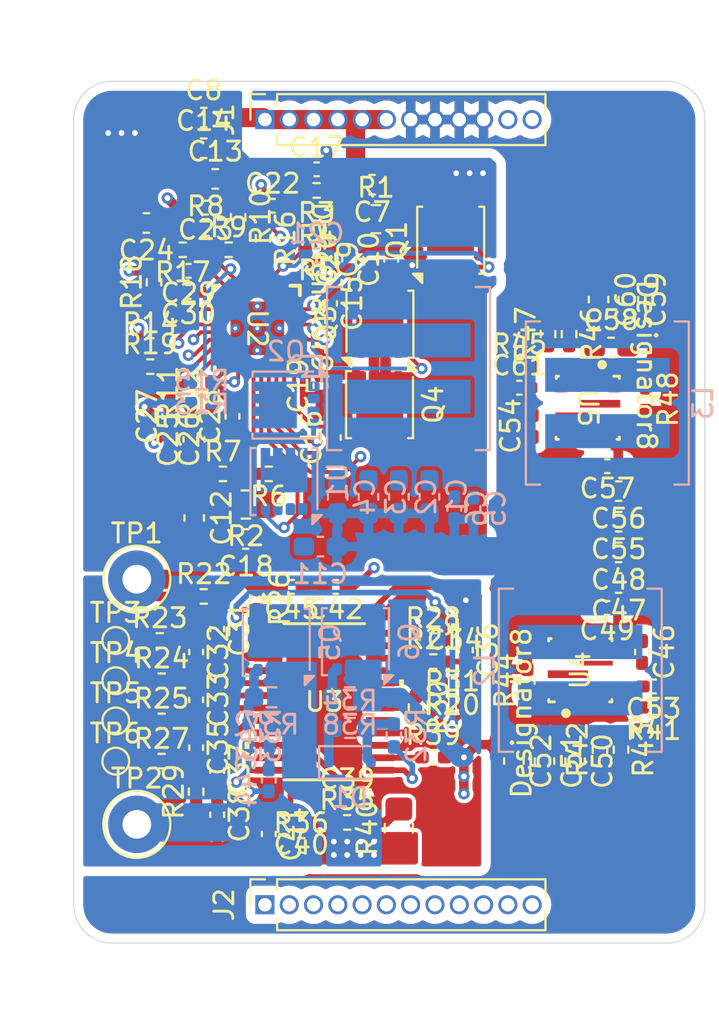
<source format=kicad_pcb>
(kicad_pcb (version 20240108) (generator "pcbnew") (generator_version "8.0")
  (layers (0 "F.Cu" signal) (1 "In1.Cu" power) (2 "In2.Cu" power) (3 "In3.Cu" power) (4 "In4.Cu" power) (31 "B.Cu" signal) (34 "B.Paste" user) (35 "F.Paste" user) (36 "B.SilkS" user "B.Silkscreen") (37 "F.SilkS" user "F.Silkscreen") (38 "B.Mask" user) (39 "F.Mask" user) (44 "Edge.Cuts" user))
  (net 0 "")
  (net 1 "GND2")
  (net 2 "GND")
  (net 3 "+5V")
  (net 4 "+3.3V")
  (net 5 "/Protector/VC4")
  (net 6 "/Protector/VC5")
  (net 7 "/Protector/VC3")
  (net 8 "/Protector/VC2")
  (net 9 "GND1")
  (net 10 "/Protector/VDD")
  (net 11 "/Protector/VC1")
  (net 12 "/Protector/AVDD")
  (net 13 "/Protector/VC0")
  (net 14 "/BAT+")
  (net 15 "/VIN")
  (net 16 "/Charger/VBUS")
  (net 17 "/Charger/VDDA")
  (net 18 "/Charger/REGN")
  (net 19 "/SCL")
  (net 20 "/SDA")
  (net 21 "+1V8")
  (net 22 "/BAT-")
  (net 23 "/Protector/CCFG")
  (net 24 "/Protector/CHG")
  (net 25 "/Protector/DSG")
  (net 26 "/Protector/LD")
  (net 27 "/Charger/~{PROCHOT}")
  (net 28 "/Charger/CHG_OK")
  (net 29 "/Charger/EN_OTG")
  (net 30 "/3.3V Buck/4.5V-28V IN")
  (net 31 "Net-(C11-Pad1)")
  (net 32 "Net-(Q3-D)")
  (net 33 "Net-(U2-BTST1)")
  (net 34 "Net-(U2-BTST2)")
  (net 35 "Net-(Q4-D)")
  (net 36 "Net-(C17-Pad1)")
  (net 37 "Net-(Q4-G)")
  (net 38 "Net-(U2-ACN)")
  (net 39 "Net-(U2-ACP)")
  (net 40 "Net-(C25-Pad2)")
  (net 41 "Net-(C26-Pad2)")
  (net 42 "Net-(U2-COMP1)")
  (net 43 "Net-(U2-COMP2)")
  (net 44 "Net-(U2-IADPT)")
  (net 45 "Net-(U2-IBAT)")
  (net 46 "Net-(U3-SRP)")
  (net 47 "Net-(U3-SRN)")
  (net 48 "Net-(C42-Pad2)")
  (net 49 "Net-(C43-Pad2)")
  (net 50 "Net-(C43-Pad1)")
  (net 51 "Net-(U4-BOOT)")
  (net 52 "Net-(U4-SW)")
  (net 53 "Net-(U4-FB)")
  (net 54 "Net-(U4-SS)")
  (net 55 "Net-(U5-BOOT)")
  (net 56 "Net-(U5-SW)")
  (net 57 "Net-(U5-FB)")
  (net 58 "Net-(U5-SS)")
  (net 59 "Net-(D1-A)")
  (net 60 "Net-(D1-K)")
  (net 61 "Net-(Q1-G)")
  (net 62 "Net-(Q2-G)")
  (net 63 "Net-(Q3-G)")
  (net 64 "Net-(Q5-D)")
  (net 65 "Net-(Q5-G)")
  (net 66 "Net-(U2-SRP)")
  (net 67 "Net-(U2-SRN)")
  (net 68 "Net-(U2-ILIM_HIZ)")
  (net 69 "Net-(U2-CELL_BATPRES)")
  (net 70 "Net-(U2-PSYS)")
  (net 71 "Net-(U2-CMPOUT)")
  (net 72 "Net-(R23-Pad1)")
  (net 73 "Net-(R24-Pad1)")
  (net 74 "Net-(R25-Pad1)")
  (net 75 "Net-(R27-Pad1)")
  (net 76 "Net-(U3-PRES)")
  (net 77 "Net-(U3-TS)")
  (net 78 "Net-(U3-VTB)")
  (net 79 "Net-(U4-PG)")
  (net 80 "Net-(U4-MODE)")
  (net 81 "Net-(U5-PG)")
  (net 82 "Net-(U5-MODE)")
  (net 83 "Net-(U1-G)")
  (footprint "Capacitor_SMD:C_0402_1005Metric_Pad0.74x0.62mm_HandSolder" (layer "F.Cu") (at 90.5 89.6 -90)
    (property "Reference" "C31")
    (property "Value" "1uF")
  )
  (footprint "Capacitor_SMD:C_0402_1005Metric_Pad0.74x0.62mm_HandSolder" (layer "F.Cu") (at 103.5 90.7 -90)
    (property "Reference" "C36")
    (property "Value" "1uF")
  )
  (footprint "Capacitor_SMD:C_0603_1608Metric_Pad1.08x0.95mm_HandSolder" (layer "F.Cu") (at 112 72.4 -90)
    (property "Reference" "C59")
    (property "Value" "15uF")
  )
  (footprint "Capacitor_SMD:C_0603_1608Metric_Pad1.08x0.95mm_HandSolder" (layer "F.Cu") (at 106.015001 96.5 -90)
    (property "Reference" "C52")
    (property "Value" "22uF")
  )
  (footprint "Resistor_SMD:R_0402_1005Metric_Pad0.72x0.64mm_HandSolder" (layer "F.Cu") (at 106.715001 92.3 90)
    (property "Reference" "R44")
    (property "Value" "52.3kΩ")
  )
  (footprint "Capacitor_SMD:C_0603_1608Metric_Pad1.08x0.95mm_HandSolder" (layer "F.Cu") (at 111.1 74.9)
    (property "Reference" "C58")
    (property "Value" "150pF")
  )
  (footprint "Package_SON:VSON-8_3.3x3.3mm_P0.65mm_NexFET" (layer "F.Cu") (at 99 77.885 -90)
    (property "Reference" "Q4")
    (property "Value" "CSD17577Q3A")
  )
  (footprint "Resistor_SMD:R_0402_1005Metric_Pad0.72x0.64mm_HandSolder" (layer "F.Cu") (at 95.7 67.9 180)
    (property "Reference" "R4")
    (property "Value" "4.99Ω")
  )
  (footprint "Resistor_SMD:R_0402_1005Metric_Pad0.72x0.64mm_HandSolder" (layer "F.Cu") (at 93.2 81.5 180)
    (property "Reference" "R6")
    (property "Value" "10Ω")
  )
  (footprint "Capacitor_SMD:C_0402_1005Metric_Pad0.74x0.62mm_HandSolder" (layer "F.Cu") (at 113.315001 92.6 180)
    (property "Reference" "C53")
    (property "Value" "22nF")
  )
  (footprint "Resistor_SMD:R_0402_1005Metric_Pad0.72x0.64mm_HandSolder" (layer "F.Cu") (at 97.3 99.7)
    (property "Reference" "R35")
    (property "Value" "100Ω")
  )
  (footprint "Capacitor_SMD:C_0603_1608Metric_Pad1.08x0.95mm_HandSolder" (layer "F.Cu") (at 86.8 68.4 180)
    (property "Reference" "C24")
    (property "Value" "2.2uF")
  )
  (footprint "Capacitor_SMD:C_0402_1005Metric_Pad0.74x0.62mm_HandSolder" (layer "F.Cu") (at 96.4 72.6 -90)
    (property "Reference" "C15")
    (property "Value" "47nF")
  )
  (footprint "Capacitor_SMD:C_0402_1005Metric_Pad0.74x0.62mm_HandSolder" (layer "F.Cu") (at 91.3 78.5 90)
    (property "Reference" "C28")
    (property "Value" "33nF")
  )
  (footprint "Capacitor_SMD:C_0402_1005Metric_Pad0.74x0.62mm_HandSolder" (layer "F.Cu") (at 98.5 70.3 90)
    (property "Reference" "C9")
    (property "Value" "10nF")
  )
  (footprint "Resistor_SMD:R_0402_1005Metric_Pad0.72x0.64mm_HandSolder" (layer "F.Cu") (at 92.6 88 -90)
    (property "Reference" "R26")
    (property "Value" "1kΩ")
  )
  (footprint "Resistor_SMD:R_0402_1005Metric_Pad0.72x0.64mm_HandSolder" (layer "F.Cu") (at 101.8 90.2)
    (property "Reference" "R28")
    (property "Value" "1kΩ")
  )
  (footprint "Capacitor_SMD:C_0402_1005Metric_Pad0.74x0.62mm_HandSolder" (layer "F.Cu") (at 97.4 70.3 90)
    (property "Reference" "C20")
    (property "Value" ".47uF")
  )
  (footprint "Resistor_SMD:R_0402_1005Metric_Pad0.72x0.64mm_HandSolder" (layer "F.Cu") (at 95.7 66.7 180)
    (property "Reference" "R3")
    (property "Value" "2.2Ω")
  )
  (footprint "TestPoint:TestPoint_Pad_D1.0mm" (layer "F.Cu") (at 85.2 92.3)
    (property "Reference" "TP4")
    (property "Value" "TestPoint_Small")
  )
  (footprint "TestPoint:TestPoint_THTPad_D3.0mm_Drill1.5mm" (layer "F.Cu") (at 86.3 87)
    (property "Reference" "TP1")
    (property "Value" "TestPoint")
  )
  (footprint "Resistor_SMD:R_0402_1005Metric_Pad0.72x0.64mm_HandSolder" (layer "F.Cu") (at 87.5 90.2)
    (property "Reference" "R23")
    (property "Value" "43Ω")
  )
  (footprint "Resistor_SMD:R_0402_1005Metric_Pad0.72x0.64mm_HandSolder" (layer "F.Cu") (at 90.2 77.3 90)
    (property "Reference" "R12")
    (property "Value" "40.2kΩ")
  )
  (footprint "Capacitor_SMD:C_0402_1005Metric_Pad0.74x0.62mm_HandSolder" (layer "F.Cu") (at 99.6 70.3 90)
    (property "Reference" "C10")
    (property "Value" "1nF")
  )
  (footprint "Capacitor_SMD:C_0402_1005Metric_Pad0.74x0.62mm_HandSolder" (layer "F.Cu") (at 97.3 98.6)
    (property "Reference" "C39")
    (property "Value" ".1uF")
  )
  (footprint "Resistor_SMD:R_0402_1005Metric_Pad0.72x0.64mm_HandSolder" (layer "F.Cu") (at 87.0025 74.8)
    (property "Reference" "R14")
    (property "Value" "10kΩ")
  )
  (footprint "Capacitor_SMD:C_0603_1608Metric_Pad1.08x0.95mm_HandSolder" (layer "F.Cu") (at 111.49 82.4 180)
    (property "Reference" "C56")
    (property "Value" "10uF")
  )
  (footprint "Capacitor_SMD:C_0603_1608Metric_Pad1.08x0.95mm_HandSolder" (layer "F.Cu") (at 89.3 83.8 -90)
    (property "Reference" "C12")
    (property "Value" "10uF")
  )
  (footprint "Capacitor_SMD:C_0603_1608Metric_Pad1.08x0.95mm_HandSolder" (layer "F.Cu") (at 92 84.9 180)
    (property "Reference" "C18")
    (property "Value" ".1uF")
  )
  (footprint "Capacitor_SMD:C_0402_1005Metric_Pad0.74x0.62mm_HandSolder" (layer "F.Cu") (at 88 78.5 90)
    (property "Reference" "C27")
    (property "Value" "33nF")
  )
  (footprint "Capacitor_SMD:C_0402_1005Metric_Pad0.74x0.62mm_HandSolder" (layer "F.Cu") (at 94.4 87.4 180)
    (property "Reference" "C45")
    (property "Value" ".1uF")
  )
  (footprint "Resistor_SMD:R_0402_1005Metric_Pad0.72x0.64mm_HandSolder" (layer "F.Cu") (at 87.2 71.4975 90)
    (property "Reference" "R18")
    (property "Value" "30kΩ")
  )
  (footprint "Resistor_SMD:R_0402_1005Metric_Pad0.72x0.64mm_HandSolder" (layer "F.Cu") (at 89.8 87.9)
    (property "Reference" "R22")
    (property "Value" "43Ω")
  )
  (footprint "Resistor_SMD:R_0402_1005Metric_Pad0.72x0.64mm_HandSolder" (layer "F.Cu") (at 111.615001 95.9 -90)
    (property "Reference" "R43")
    (property "Value" "10kΩ")
  )
  (footprint "Resistor_SMD:R_0402_1005Metric_Pad0.72x0.64mm_HandSolder" (layer "F.Cu") (at 87.6 96.5)
    (property "Reference" "R27")
    (property "Value" "43Ω")
  )
  (footprint "Capacitor_SMD:C_0402_1005Metric_Pad0.74x0.62mm_HandSolder" (layer "F.Cu") (at 89.4 90.8 -90)
    (property "Reference" "C32")
    (property "Value" "1uF")
  )
  (footprint "Capacitor_SMD:C_0402_1005Metric_Pad0.74x0.62mm_HandSolder" (layer "F.Cu") (at 93.4 67.5)
    (property "Reference" "C22")
    (property "Value" "33nF")
  )
  (footprint "Package_SON:VSON-8_3.3x3.3mm_P0.65mm_NexFET" (layer "F.Cu") (at 99 73.685 90)
    (property "Reference" "Q3")
    (property "Value" "CSD17577Q3A")
  )
  (footprint "Capacitor_SMD:C_0603_1608Metric_Pad1.08x0.95mm_HandSolder" (layer "F.Cu") (at 107.615001 96.5 -90)
    (property "Reference" "C51")
    (property "Value" "22uF")
  )
  (footprint "Capacitor_SMD:C_0603_1608Metric_Pad1.08x0.95mm_HandSolder" (layer "F.Cu") (at 109.215001 96.5 -90)
    (property "Reference" "C50")
    (property "Value" "150pF")
  )
  (footprint "Resistor_SMD:R_0402_1005Metric_Pad0.72x0.64mm_HandSolder" (layer "F.Cu") (at 91.1 69.7975)
    (property "Reference" "R9")
    (property "Value" "383k")
  )
  (footprint "Resistor_SMD:R_0402_1005Metric_Pad0.72x0.64mm_HandSolder" (layer "F.Cu") (at 112.9 77.6 -90)
    (property "Reference" "R48")
    (property "Value" "52.3kΩ")
  )
  (footprint "Resistor_SMD:R_0402_1005Metric_Pad0.72x0.64mm_HandSolder" (layer "F.Cu") (at 94.9 100.9)
    (property "Reference" "R36")
    (property "Value" "100Ω")
  )
  (footprint "Resistor_SMD:R_0402_1005Metric_Pad0.72x0.64mm_HandSolder" (layer "F.Cu") (at 100.9 93.7 -90)
    (property "Reference" "R30")
    (property "Value" "1kΩ")
  )
  (footprint "Package_SON:VSON-8_3.3x3.3mm_P0.65mm_NexFET" (layer "F.Cu") (at 102.7 69.3 90)
    (property "Reference" "Q1")
    (property "Value" "CSD17577Q3A")
  )
  (footprint "Capacitor_SMD:C_0402_1005Metric_Pad0.74x0.62mm_HandSolder" (layer "F.Cu") (at 96.6 79.6 90)
    (property "Reference" "C16")
    (property "Value" "47nF")
  )
  (footprint "Capacitor_SMD:C_0402_1005Metric_Pad0.74x0.62mm_HandSolder" (layer "F.Cu") (at 102.9 89 180)
    (property "Reference" "C34")
    (property "Value" "1uF")
  )
  (footprint "Resistor_SMD:R_0402_1005Metric_Pad0.72x0.64mm_HandSolder" (layer "F.Cu") (at 101.8 91.3)
    (property "Reference" "R21")
    (property "Value" "1kΩ")
  )
  (footprint "Capacitor_SMD:C_0402_1005Metric_Pad0.74x0.62mm_HandSolder" (layer "F.Cu") (at 110.9 81.1 180)
    (property "Reference" "C57")
    (property "Value" "100nF")
  )
  (footprint "Capacitor_SMD:C_0603_1608Metric_Pad1.08x0.95mm_HandSolder" (layer "F.Cu") (at 111.49 84 180)
    (property "Reference" "C55")
    (property "Value" "10uF")
  )
  (footprint "Capacitor_SMD:C_0402_1005Metric_Pad0.74x0.62mm_HandSolder" (layer "F.Cu") (at 95.9 76.9 90)
    (property "Reference" "C19")
    (property "Value" "33nF")
  )
  (footprint "Capacitor_SMD:C_0402_1005Metric_Pad0.74x0.62mm_HandSolder" (layer "F.Cu") (at 107 79 90)
    (property "Reference" "C54")
    (property "Value" "100nF")
  )
  (footprint "Capacitor_SMD:C_0402_1005Metric_Pad0.74x0.62mm_HandSolder" (layer "F.Cu") (at 89.9 67.5975 180)
    (property "Reference" "C23")
    (property "Value" "1uF")
  )
  (footprint "CM5IO:RPA0010A-MFG" (layer "F.Cu") (at 109.485 91.752498 90)
    (property "Reference" "U4")
    (property "Value" "TPS56A37RPAR")
  )
  (footprint "Resistor_SMD:R_0402_1005Metric_Pad0.72x0.64mm_HandSolder" (layer "F.Cu") (at 107.8 74.2 90)
    (property "Reference" "R47")
    (property "Value" "10kΩ")
  )
  (footprint "Capacitor_SMD:C_0603_1608Metric_Pad1.08x0.95mm_HandSolder" (layer "F.Cu") (at 110.44 72.4 -90)
    (property "Reference" "C60")
    (property "Value" "15uF")
  )
  (footprint "Resistor_SMD:R_0402_1005Metric_Pad0.72x0.64mm_HandSolder" (layer "F.Cu") (at 87.6 94.4)
    (property "Reference" "R25")
    (property "Value" "43Ω")
  )
  (footprint "CM5IO:PW24_TEX" (layer "F.Cu") (at 96.1 93.4)
    (property "Reference" "U3")
    (property "Value" "BQ7791501PWR")
  )
  (footprint "Resistor_SMD:R_0805_2012Metric_Pad1.20x1.40mm_HandSolder" (layer "F.Cu") (at 98.8 68.2)
    (property "Reference" "R1")
    (property "Value" "0.01Ω")
  )
  (footprint "Resistor_SMD:R_0402_1005Metric_Pad0.72x0.64mm_HandSolder" (layer "F.Cu") (at 108.9 74.2 -90)
    (property "Reference" "R46")
    (property "Value" "45.3kΩ")
  )
  (footprint "Capacitor_SMD:C_0402_1005Metric_Pad0.74x0.62mm_HandSolder" (layer "F.Cu") (at 93.2 100.3 -90)
    (property "Reference" "C41")
    (property "Value" ".1uF")
  )
  (footprint "Resistor_SMD:R_0402_1005Metric_Pad0.72x0.64mm_HandSolder" (layer "F.Cu") (at 110.515001 95.9 90)
    (property "Reference" "R42")
    (property "Value" "73.2kΩ")
  )
  (footprint "Resistor_SMD:R_0402_1005Metric_Pad0.72x0.64mm_HandSolder" (layer "F.Cu") (at 89.1 77.3 90)
    (property "Reference" "R11")
    (property "Value" "40.2kΩ")
  )
  (footprint "Capacitor_SMD:C_0402_1005Metric_Pad0.74x0.62mm_HandSolder" (layer "F.Cu") (at 90.5 97 -90)
    (property "Reference" "C37")
    (property "Value" "1uF")
  )
  (footprint "Capacitor_SMD:C_0603_1608Metric_Pad1.08x0.95mm_HandSolder" (layer "F.Cu") (at 89.8 62.8975)
    (property "Reference" "C8")
    (property "Value" "10uF")
  )
  (footprint "Capacitor_SMD:C_0603_1608Metric_Pad1.08x0.95mm_HandSolder" (layer "F.Cu") (at 98.6 66.4 180)
    (property "Reference" "C7")
    (property "Value" "10uF")
  )
  (footprint "Resistor_SMD:R_0402_1005Metric_Pad0.72x0.64mm_HandSolder" (layer "F.Cu") (at 102.8 93.5)
    (property "Reference" "R31")
    (property "Value" "1kΩ")
  )
  (footprint "TestPoint:TestPoint_Pad_D1.0mm" (layer "F.Cu") (at 85.2 94.4)
    (property "Reference" "TP5")
    (property "Value" "TestPoint_Small")
  )
  (footprint "Connector_PinSocket_1.27mm:PinSocket_1x12_P1.27mm_Vertical" (layer "F.Cu") (at 93 104 90)
    (property "Reference" "J2")
    (property "Value" "Conn_01x12_Pin")
  )
  (footprint "Resistor_SMD:R_0402_1005Metric_Pad0.72x0.64mm_HandSolder" (layer "F.Cu") (at 87.0025 75.9)
    (property "Reference" "R19")
    (property "Value" "10kΩ")
  )
  (footprint "Resistor_SMD:R_0402_1005Metric_Pad0.72x0.64mm_HandSolder" (layer "F.Cu") (at 92.9 69.1975 -90)
    (property "Reference" "R16")
    (property "Value" "10kΩ")
  )
  (footprint "Capacitor_SMD:C_0402_1005Metric_Pad0.74x0.62mm_HandSolder" (layer "F.Cu") (at 90.5 99.3 -90)
    (property "Reference" "C38")
    (property "Value" "1uF")
  )
  (footprint "Capacitor_SMD:C_0402_1005Metric_Pad0.74x0.62mm_HandSolder" (layer "F.Cu") (at 110.89 88.5 180)
    (property "Reference" "C49")
    (property "Value" "100nF")
  )
  (footprint "Resistor_SMD:R_0402_1005Metric_Pad0.72x0.64mm_HandSolder" (layer "F.Cu") (at 90.8 81.5)
    (property "Reference" "R7")
    (property "Value" "10Ω")
  )
  (footprint "Resistor_SMD:R_0805_2012Metric_Pad1.20x1.40mm_HandSolder" (layer "F.Cu") (at 100 100 90)
    (property "Reference" "R40")
    (property "Value" "0.015Ω")
  )
  (footprint "Capacitor_SMD:C_0402_1005Metric_Pad0.74x0.62mm_HandSolder" (layer "F.Cu") (at 96.7 87.4 180)
    (property "Reference" "C42")
    (property "Value" ".1uF")
  )
  (footprint "Capacitor_SMD:C_0603_1608Metric_Pad1.08x0.95mm_HandSolder" (layer "F.Cu") (at 89.8 64.4975)
    (property "Reference" "C14")
    (property "Value" "10uF")
  )
  (footprint "Connector_PinSocket_1.27mm:PinSocket_1x12_P1.27mm_Vertical" (layer "F.Cu") (at 93 63 90)
    (property "Reference" "J1")
    (property "Value" "Conn_01x12_Pin")
  )
  (footprint "Resistor_SMD:R_0402_1005Metric_Pad0.72x0.64mm_HandSolder" (layer "F.Cu") (at 89.9 68.6975)
    (property "Reference" "R8")
    (property "Value" "10Ω")
  )
  (footprint "TestPoint:TestPoint_THTPad_D3.0mm_Drill1.5mm" (layer "F.Cu") (at 86.3 99.8)
    (property "Reference" "TP2")
    (property "Value" "TestPoint")
  )
  (footprint "Resistor_SMD:R_0402_1005Metric_Pad0.72x0.64mm_HandSolder" (layer "F.Cu") (at 113.315001 93.7 180)
    (property "Reference" "R41")
    (property "Value" "100kΩ")
  )
  (footprint "Capacitor_SMD:C_0402_1005Metric_Pad0.74x0.62mm_HandSolder" (layer "F.Cu") (at 94.9 99.7 180)
    (property "Reference" "C40")
    (property "Value" ".1uF")
  )
  (footprint "Capacitor_SMD:C_0402_1005Metric_Pad0.74x0.62mm_HandSolder" (layer "F.Cu") (at 89 70.8975 180)
    (property "Reference" "C29")
    (property "Value" "100pF")
  )
  (footprint "Resistor_SMD:R_0402_1005Metric_Pad0.72x0.64mm_HandSolder" (layer "F.Cu") (at 91.6 68.0975 -90)
    (property "Reference" "R10")
    (property "Value" "221k")
  )
  (footprint "Capacitor_SMD:C_0402_1005Metric_Pad0.74x0.62mm_HandSolder" (layer "F.Cu") (at 89 71.9975 180)
    (property "Reference" "C30")
    (property "Value" "100pF")
  )
  (footprint "TestPoint:TestPoint_Pad_D1.0mm" (layer "F.Cu") (at 85.2 96.5)
    (property "Reference" "TP6")
    (property "Value" "TestPoint_Small")
  )
  (footprint "Resistor_SMD:R_0402_1005Metric_Pad0.72x0.64mm_HandSolder" (layer "F.Cu") (at 88.7 69.7975 180)
    (property "Reference" "R17")
    (property "Value" "137kΩ")
  )
  (footprint "CM5IO:RSN0032B" (layer "F.Cu") (at 92.6 73.9 -90)
    (property "Reference" "U2")
    (property "Value" "BQ25703ARSNR")
  )
  (footprint "Capacitor_SMD:C_0603_1608Metric_Pad1.08x0.95mm_HandSolder" (layer "F.Cu") (at 111.49 87.2 180)
    (property "Reference" "C47")
    (property "Value" "10uF")
  )
  (footprint "Resistor_SMD:R_0402_1005Metric_Pad0.72x0.64mm_HandSolder" (layer "F.Cu") (at 102.8 92.4 180)
    (property "Reference" "R20")
    (property "Value" "1kΩ")
  )
  (footprint "Resistor_SMD:R_0402_1005Metric_Pad0.72x0.64mm_HandSolder" (layer "F.Cu") (at 89.4 98.1 90)
    (property "Reference" "R29")
    (property "Value" "43Ω")
  )
  (footprint "Capacitor_SMD:C_0402_1005Metric_Pad0.74x0.62mm_HandSolder" (layer "F.Cu") (at 95.7 65.6)
    (property "Reference" "C17")
    (property "Value" "1uF")
  )
  (footprint "Capacitor_SMD:C_0402_1005Metric_Pad0.74x0.62mm_HandSolder" (layer "F.Cu") (at 106.3 77)
    (property "Reference" "C61")
    (property "Value" "22nF")
  )
  (footprint "Resistor_SMD:R_0402_1005Metric_Pad0.72x0.64mm_HandSolder" (layer "F.Cu") (at 95.7 69.7 180)
    (property "Reference" "R5")
    (property "Value" "4.99Ω")
  )
  (footprint "Capacitor_SMD:C_0603_1608Metric_Pad1.08x0.95mm_HandSolder" (layer "F.Cu") (at 90.4 66.0975)
    (property "Reference" "C13")
    (property "Value" "10uF")
  )
  (footprint "Capacitor_SMD:C_0603_1608Metric_Pad1.08x0.95mm_HandSolder" (layer "F.Cu") (at 111.49 85.6 180)
    (property "Reference" "C48")
    (property "Value" "10uF")
  )
  (footprint "Resistor_SMD:R_0402_1005Metric_Pad0.72x0.64mm_HandSolder" (layer "F.Cu") (at 101.8 96.3)
    (property "Reference" "R39")
    (property "Value" "470kΩ")
  )
  (footprint "Capacitor_SMD:C_0402_1005Metric_Pad0.74x0.62mm_HandSolder" (layer "F.Cu") (at 89.4 93.3 -90)
    (property "Reference" "C33")
    (property "Value" "1uF")
  )
  (footprint "Resistor_SMD:R_0805_2012Metric_Pad1.20x1.40mm_HandSolder" (layer "F.Cu") (at 92 83.1 180)
    (property "Reference" "R2")
    (property "Value" "0.01Ω")
  )
  (footprint "CM5IO:RPA0010A-MFG" (layer "F.Cu") (at 109.880001 78.047502 -90)
    (property "Reference" "U5")
    (property "Value" "TPS56A37RPAR")
  )
  (footprint "Capacitor_SMD:C_0402_1005Metric_Pad0.74x0.62mm_HandSolder" (layer "F.Cu") (at 89.1 79.7 90)
    (property "Reference" "C25")
    (property "Value" "1.8nF")
  )
  (footprint "TestPoint:TestPoint_Pad_D1.0mm" (layer "F.Cu") (at 85.2 90.2)
    (property "Reference" "TP3")
    (property "Value" "TestPoint_Small")
  )
  (footprint "Resistor_SMD:R_0402_1005Metric_Pad0.72x0.64mm_HandSolder" (layer "F.Cu") (at 106.3 75.9)
    (property "Reference" "R45")
    (property "Value" "100kΩ")
  )
  (footprint "Capacitor_SMD:C_0402_1005Metric_Pad0.74x0.62mm_HandSolder" (layer "F.Cu") (at 89.4 95.8 -90)
    (property "Reference" "C35")
    (property "Value" "1uF")
  )
  (footprint "Resistor_SMD:R_0402_1005Metric_Pad0.72x0.64mm_HandSolder" (layer "F.Cu") (at 87.6 92.3)
    (property "Reference" "R24")
    (property "Value" "43Ω")
  )
  (footprint "Capacitor_SMD:C_0402_1005Metric_Pad0.74x0.62mm_HandSolder" (layer "F.Cu") (at 90.2 79.7 90)
    (property "Reference" "C26")
    (property "Value" "1.8nF")
  )
  (footprint "Capacitor_SMD:C_0402_1005Metric_Pad0.74x0.62mm_HandSolder" (layer "F.Cu") (at 112.715001 90.8 -90)
    (property "Reference" "C46")
    (property "Value" "100nF")
  )
  (footprint "Resistor_SMD:R_0402_1005Metric_Pad0.72x0.64mm_HandSolder" (layer "B.Cu") (at 89.7 76.7)
    (property "Reference" "R13")
    (property "Value" "150kΩ")
  )
  (footprint "Package_SON:VSON-8_3.3x3.3mm_P0.65mm_NexFET" (layer "B.Cu") (at 97.74 90.265 90)
    (property "Reference" "Q6")
    (property "Value" "CSD17577Q3A")
  )
  (footprint "NetTie:NetTie-2_SMD_Pad2.0mm" (layer "B.Cu") (at 92.5 99.7)
    (property "Reference" "NT2" (hide yes))
    (property "Value" "NetTie_2" (hide yes))
  )
  (footprint "Capacitor_SMD:C_0603_1608Metric_Pad1.08x0.95mm_HandSolder" (layer "B.Cu") (at 101.6 82.7 90)
    (property "Reference" "C1")
    (property "Value" "10uF")
  )
  (footprint "Package_SON:VSON-8_3.3x3.3mm_P0.65mm_NexFET" (layer "B.Cu") (at 93.6 90.3 90)
    (property "Reference" "Q5")
    (property "Value" "CSD17577Q3A")
  )
  (footprint "Capacitor_SMD:C_0402_1005Metric_Pad0.74x0.62mm_HandSolder" (layer "B.Cu") (at 103.9 83.3 90)
    (property "Reference" "C5")
    (property "Value" "10uF")
  )
  (footprint "Inductor_SMD:L_Coilcraft_XAL7030-222" (layer "B.Cu") (at 109.485 91.752498 -90)
    (property "Reference" "L2")
    (property "Value" "2.2uH")
  )
  (footprint "Resistor_SMD:R_0402_1005Metric_Pad0.72x0.64mm_HandSolder" (layer "B.Cu") (at 89.7 77.8 180)
    (property "Reference" "R15")
    (property "Value" "100kΩ")
  )
  (footprint "Capacitor_SMD:C_0402_1005Metric_Pad0.74x0.62mm_HandSolder" (layer "B.Cu") (at 93.24 95.165 -90)
    (property "Reference" "C43")
    (property "Value" ".1uF")
  )
  (footprint "Inductor_SMD:L_Coilcraft_XAL7030-222" (layer "B.Cu") (at 110.9 77.8 90)
    (property "Reference" "L3")
    (property "Value" "2.2uH")
  )
  (footprint "Capacitor_SMD:C_0603_1608Metric_Pad1.08x0.95mm_HandSolder" (layer "B.Cu") (at 98.41 82.7 90)
    (property "Reference" "C3")
    (property "Value" "10uF")
  )
  (footprint "Inductor_SMD:L_Coilcraft_XAL7030-222" (layer "B.Cu") (at 100.5 76 -90)
    (property "Reference" "L1")
    (property "Value" "2.2uH")
  )
  (footprint "Diode_SMD:D_SOD-323F" (layer "B.Cu") (at 97.44 96.565)
    (property "Reference" "D1")
    (property "Value" "BAS16J,135 ")
  )
  (footprint "Capacitor_SMD:C_0603_1608Metric_Pad1.08x0.95mm_HandSolder" (layer "B.Cu") (at 95.9 85.3)
    (property "Reference" "C11")
    (property "Value" "1uF")
  )
  (footprint "Capacitor_SMD:C_0603_1608Metric_Pad1.08x0.95mm_HandSolder" (layer "B.Cu") (at 100 82.7 90)
    (property "Reference" "C2")
    (property "Value" "10uF")
  )
  (footprint "Capacitor_SMD:C_0402_1005Metric_Pad0.74x0.62mm_HandSolder" (layer "B.Cu") (at 95.7 70.1 180)
    (property "Reference" "C21")
    (property "Value" "33nF")
  )
  (footprint "Resistor_SMD:R_0603_1608Metric_Pad0.98x0.95mm_HandSolder" (layer "B.Cu") (at 97.44 94.765 180)
    (property "Reference" "R34")
    (property "Value" "1MΩ")
  )
  (footprint "Resistor_SMD:R_0603_1608Metric_Pad0.98x0.95mm_HandSolder" (layer "B.Cu") (at 93.34 93.165)
    (property "Reference" "R37")
    (property "Value" "10MΩ")
  )
  (footprint "Capacitor_SMD:C_0402_1005Metric_Pad0.74x0.62mm_HandSolder" (layer "B.Cu") (at 93.2 97.5 -90)
    (property "Reference" "C44")
    (property "Value" ".1uF")
  )
  (footprint "Capacitor_SMD:C_0603_1608Metric_Pad1.08x0.95mm_HandSolder" (layer "B.Cu") (at 96.8 82.7 90)
    (property "Reference" "C4")
    (property "Value" "10uF")
  )
  (footprint "Package_SON:VSON-8_3.3x3.3mm_P0.65mm_NexFET" (layer "B.Cu") (at 94 81.9 90)
    (property "Reference" "U1")
    (property "Value" "CSD25402Q3A")
  )
  (footprint "Resistor_SMD:R_0402_1005Metric_Pad0.72x0.64mm_HandSolder" (layer "B.Cu") (at 99.74 95.165 90)
    (property "Reference" "R32")
    (property "Value" "5.1kΩ")
  )
  (footprint "NetTie:NetTie-2_SMD_Pad2.0mm" (layer "B.Cu") (at 104.3 85.8 180)
    (property "Reference" "NT1" (hide yes))
    (property "Value" "NetTie_2" (hide yes))
  )
  (footprint "Capacitor_SMD:C_0402_1005Metric_Pad0.74x0.62mm_HandSolder" (layer "B.Cu") (at 102.9 83.3 90)
    (property "Reference" "C6")
    (property "Value" "10uF")
  )
  (footprint "Resistor_SMD:R_0603_1608Metric_Pad0.98x0.95mm_HandSolder" (layer "B.Cu") (at 97.44 93.165)
    (property "Reference" "R38")
    (property "Value" "3MΩ")
  )
  (footprint "Resistor_SMD:R_0402_1005Metric_Pad0.72x0.64mm_HandSolder" (layer "B.Cu") (at 92.14 95.165 90)
    (property "Reference" "R33")
    (property "Value" "5.1kΩ")
  )
  (footprint "Package_SON:VSON-8_3.3x3.3mm_P0.65mm_NexFET" (layer "B.Cu") (at 94.1 77.9 180)
    (property "Reference" "Q2")
    (property "Value" "CSD17577Q3A")
  )
  (gr_line (start 116 104) (end 116 63) (stroke (width 0.05)) (layer "Edge.Cuts"))
  (gr_line (start 85 106) (end 114 106) (stroke (width 0.05)) (layer "Edge.Cuts"))
  (gr_arc (start 116 104) (mid 115.414214 105.414214) (end 114 106) (stroke (width 0.05)) (layer "Edge.Cuts"))
  (gr_arc (start 83 63) (mid 83.585786 61.585786) (end 85 61) (stroke (width 0.05)) (layer "Edge.Cuts"))
  (gr_arc (start 85 106) (mid 83.585786 105.414214) (end 83 104) (stroke (width 0.05)) (layer "Edge.Cuts"))
  (gr_line (start 114 61) (end 85 61) (stroke (width 0.05)) (layer "Edge.Cuts"))
  (gr_line (start 83 63) (end 83 104) (stroke (width 0.05)) (layer "Edge.Cuts"))
  (gr_arc (start 114 61) (mid 115.414214 61.585786) (end 116 63) (stroke (width 0.05)) (layer "Edge.Cuts"))
  (segment (start 100.4325 70.8675) (end 100.7 70.6) (width 0.254) (layer "F.Cu") (net 1))
  (segment (start 88.9375 65.4975) (end 89.5375 66.0975) (width 0.5) (layer "F.Cu") (net 1))
  (segment (start 98.73 75.185) (end 98.73 76.445) (width 0.5) (layer "F.Cu") (net 1))
  (segment (start 98.67 75.125) (end 98.73 75.185) (width 0.5) (layer "F.Cu") (net 1))
  (segment (start 99.6 70.8675) (end 98.5 70.8675) (width 0.254) (layer "F.Cu") (net 1))
  (segment (start 99.97 76.445) (end 99.33 76.445) (width 0.5) (layer "F.Cu") (net 1))
  (segment (start 96.2675 64.6675) (end 96.2 64.6) (width 0.5) (layer "F.Cu") (net 1))
  (segment (start 93.199998 74.500001) (end 92.988907 74.28891) (width 0.2) (layer "F.Cu") (net 1))
  (segment (start 94.525 74.500001) (end 93.199998 74.500001) (width 0.2) (layer "F.Cu") (net 1))
  (segment (start 99.27 76.385) (end 99.27 75.125) (width 0.5) (layer "F.Cu") (net 1))
  (segment (start 88.9375 64.4975) (end 88.9375 65.4975) (width 0.5) (layer "F.Cu") (net 1))
  (segment (start 99.6 70.8675) (end 100.4325 70.8675) (width 0.254) (layer "F.Cu") (net 1))
  (segment (start 99.33 76.445) (end 98.73 76.445) (width 0.5) (layer "F.Cu") (net 1))
  (segment (start 98.67 75.125) (end 99.27 75.125) (width 0.5) (layer "F.Cu") (net 1))
  (segment (start 88.9375 62.8975) (end 88.9375 64.4975) (width 0.5) (layer "F.Cu") (net 1))
  (segment (start 98.03 75.125) (end 98.67 75.125) (width 0.5) (layer "F.Cu") (net 1))
  (segment (start 99.33 76.445) (end 99.27 76.385) (width 0.5) (layer "F.Cu") (net 1))
  (segment (start 96.2675 65.6) (end 96.2675 64.6675) (width 0.5) (layer "F.Cu") (net 1))
  (via (at 84.8 63.7) (size 0.6) (drill 0.3) (layers "F.Cu" "B.Cu") (net 1))
  (via (at 103 65.8) (size 0.6) (drill 0.3) (layers "F.Cu" "B.Cu") (net 1))
  (via (at 100.7 70.6) (size 0.6) (drill 0.3) (layers "F.Cu" "B.Cu") (net 1))
  (via (at 103.7 65.8) (size 0.6) (drill 0.3) (layers "F.Cu" "B.Cu") (net 1))
  (via (at 86.2 63.7) (size 0.6) (drill 0.3) (layers "F.Cu" "B.Cu") (net 1))
  (via (at 104.4 65.8) (size 0.6) (drill 0.3) (layers "F.Cu" "B.Cu") (net 1))
  (via (at 85.5 63.7) (size 0.6) (drill 0.3) (layers "F.Cu" "B.Cu") (net 1))
  (via (at 96.2 64.6) (size 0.6) (drill 0.3) (layers "F.Cu" "B.Cu") (net 1))
  (segment (start 96.2 64.6) (end 96.2 65.7) (width 0.5) (layer "B.Cu") (net 1))
  (segment (start 89.1 80.2675) (end 88.79 80.2675) (width 0.5) (layer "F.Cu") (net 2))
  (segment (start 90.100001 74.499999) (end 90.675 74.499999) (width 0.2) (layer "F.Cu") (net 2))
  (segment (start 97.7 87.4) (end 97.2675 87.4) (width 0.3) (layer "F.Cu") (net 2))
  (segment (start 88.4325 70.8975) (end 88.4325 70.1275) (width 0.5) (layer "F.Cu") (net 2))
  (segment (start 88.4325 71.9975) (end 88.4325 70.8975) (width 0.5) (layer "F.Cu") (net 2))
  (segment (start 91.3 79.435) (end 90.4675 80.2675) (width 0.5) (layer "F.Cu") (net 2))
  (segment (start 90.4675 80.2675) (end 90.2 80.2675) (width 0.5) (layer "F.Cu") (net 2))
  (segment (start 87.2 70.9) (end 85.9 70.9) (width 0.5) (layer "F.Cu") (net 2))
  (segment (start 106.015001 95.6375) (end 107.615001 95.6375) (width 0.5) (layer "F.Cu") (net 2))
  (segment (start 102.3975 96.3) (end 103.4 96.3) (width 0.5) (layer "F.Cu") (net 2))
  (segment (start 90.2 80.2675) (end 89.1 80.2675) (width 0.5) (layer "F.Cu") (net 2))
  (segment (start 88 79.4775) (end 88 79.0675) (width 0.5) (layer "F.Cu") (net 2))
  (segment (start 92.8325 67.5) (end 92.8325 66.4325) (width 0.5) (layer "F.Cu") (net 2))
  (segment (start 88.79 80.2675) (end 88 79.4775) (width 0.5) (layer "F.Cu") (net 2))
  (segment (start 88 79.0675) (end 88 79.1) (width 0.5) (layer "F.Cu") (net 2))
  (segment (start 89.3325 67.5975) (end 88.3975 67.5975) (width 0.5) (layer "F.Cu") (net 2))
  (segment (start 88.43 70.9) (end 88.4325 70.8975) (width 0.5) (layer "F.Cu") (net 2))
  (segment (start 88 79.1) (end 87.2 79.9) (width 0.5) (layer "F.Cu") (net 2))
  (segment (start 96.5325 70.8675) (end 96.4 71) (width 0.254) (layer "F.Cu") (net 2))
  (segment (start 91.3 79.0675) (end 91.3 79.435) (width 0.5) (layer "F.Cu") (net 2))
  (segment (start 98.7 86.4) (end 97.7 87.4) (width 0.3) (layer "F.Cu") (net 2))
  (segment (start 88.3975 67.5975) (end 87.9 67.1) (width 0.5) (layer "F.Cu") (net 2))
  (segment (start 97.4 70.8675) (end 96.5325 70.8675) (width 0.254) (layer "F.Cu") (net 2))
  (segment (start 91.6 67.5) (end 92.8325 67.5) (width 0.5) (layer "F.Cu") (net 2))
  (segment (start 88.4325 70.1275) (end 88.1025 69.7975) (width 0.5) (layer "F.Cu") (net 2))
  (segment (start 89.3 75.3) (end 90.100001 74.499999) (width 0.2) (layer "F.Cu") (net 2))
  (segment (start 89 75.3) (end 89.3 75.3) (width 0.2) (layer "F.Cu") (net 2))
  (segment (start 87.7675 79.0675) (end 86.7 78) (width 0.5) (layer "F.Cu") (net 2))
  (segment (start 103.4 96.3) (end 103.4 97.3) (width 0.5) (layer "F.Cu") (net 2))
  (segment (start 106.015001 95.6375) (end 104.0625 95.6375) (width 0.5) (layer "F.Cu") (net 2))
  (segment (start 104.0625 95.6375) (end 103.4 96.3) (width 0.5) (layer "F.Cu") (net 2))
  (segment (start 87.2 70.9) (end 88.43 70.9) (width 0.5) (layer "F.Cu") (net 2))
  (segment (start 88 79.0675) (end 87.7675 79.0675) (width 0.5) (layer "F.Cu") (net 2))
  (segment (start 103.4 97.3) (end 103.4 98.2) (width 0.5) (layer "F.Cu") (net 2))
  (segment (start 92.8325 66.4325) (end 92.8 66.4) (width 0.5) (layer "F.Cu") (net 2))
  (via (at 87.2 79.9) (size 0.6) (drill 0.3) (layers "F.Cu" "B.Cu") (net 2))
  (via (at 96.4 71) (size 0.6) (drill 0.3) (layers "F.Cu" "B.Cu") (net 2))
  (via (at 92.2 98.1) (size 0.6) (drill 0.3) (layers "F.Cu" "B.Cu") (net 2))
  (via (at 103.4 98.2) (size 0.6) (drill 0.3) (layers "F.Cu" "B.Cu") (net 2))
  (via (at 86.7 78) (size 0.6) (drill 0.3) (layers "F.Cu" "B.Cu") (net 2))
  (via (at 85.9 70.9) (size 0.6) (drill 0.3) (layers "F.Cu" "B.Cu") (net 2))
  (via (at 103.4 96.3) (size 0.6) (drill 0.3) (layers "F.Cu" "B.Cu") (net 2))
  (via (at 103.4 97.3) (size 0.6) (drill 0.3) (layers "F.Cu" "B.Cu") (net 2))
  (via (at 98.7 86.4) (size 0.6) (drill 0.3) (layers "F.Cu" "B.Cu") (net 2))
  (via (at 92.8 66.4) (size 0.6) (drill 0.3) (layers "F.Cu" "B.Cu") (net 2))
  (via (at 89 75.3) (size 0.6) (drill 0.3) (layers "F.Cu" "B.Cu") (net 2))
  (via (at 87.9 67.1) (size 0.6) (drill 0.3) (layers "F.Cu" "B.Cu") (net 2))
  (segment (start 103.185786 96.3) (end 103.4 96.3) (width 1) (layer "B.Cu") (net 2))
  (segment (start 89.1025 77.8) (end 86.9 77.8) (width 0.5) (layer "B.Cu") (net 2))
  (segment (start 96.4 71) (end 96.4 70.2325) (width 0.5) (layer "B.Cu") (net 2))
  (segment (start 86.9 77.8) (end 86.7 78) (width 0.5) (layer "B.Cu") (net 2))
  (segment (start 96.4 70.2325) (end 96.2675 70.1) (width 0.5) (layer "B.Cu") (net 2))
  (segment (start 92.2325 98.0675) (end 92.2 98.1) (width 0.3) (layer "B.Cu") (net 2))
  (segment (start 98.3525 93.165) (end 100.050786 93.165) (width 1) (layer "B.Cu") (net 2))
  (segment (start 93.2 98.0675) (end 92.2325 98.0675) (width 0.3) (layer "B.Cu") (net 2))
  (segment (start 100.050786 93.165) (end 103.185786 96.3) (width 1) (layer "B.Cu") (net 2))
  (segment (start 93.3 68.6) (end 92.9 68.6) (width 0.2) (layer "F.Cu") (net 4))
  (segment (start 93.8 69.1) (end 93.3 68.6) (width 0.2) (layer "F.Cu") (net 4))
  (segment (start 86.405 73.905) (end 86.4 73.9) (width 0.5) (layer "F.Cu") (net 4))
  (segment (start 86.405 74.8) (end 86.405 73.905) (width 0.5) (layer "F.Cu") (net 4))
  (segment (start 86.405 74.8) (end 86.405 75.9) (width 0.5) (layer "F.Cu") (net 4))
  (via (at 86.4 73.9) (size 0.6) (drill 0.3) (layers "F.Cu" "B.Cu") (net 4))
  (via (at 93.8 69.1) (size 0.6) (drill 0.3) (layers "F.Cu" "B.Cu") (net 4))
  (segment (start 93.179 91.774999) (end 92.107499 91.774999) (width 0.3) (layer "F.Cu") (net 5))
  (segment (start 89.4 90.2325) (end 88.13 90.2325) (width 0.5) (layer "F.Cu") (net 5))
  (segment (start 89.465 90.1675) (end 89.4 90.2325) (width 0.5) (layer "F.Cu") (net 5))
  (segment (start 92.107499 91.774999) (end 90.5 90.1675) (width 0.3) (layer "F.Cu") (net 5))
  (segment (start 88.13 90.2325) (end 88.0975 90.2) (width 0.5) (layer "F.Cu") (net 5))
  (segment (start 90.5 90.1675) (end 89.465 90.1675) (width 0.5) (layer "F.Cu") (net 5))
  (segment (start 91.4 90.360394) (end 92.164604 91.124998) (width 0.3) (layer "F.Cu") (net 6))
  (segment (start 91.4 89.9325) (end 91.4 90.360394) (width 0.3) (layer "F.Cu") (net 6))
  (segment (start 92.164604 91.124998) (end 93.179 91.124998) (width 0.3) (layer "F.Cu") (net 6))
  (segment (start 90.5 89.0325) (end 91.4 89.9325) (width 0.3) (layer "F.Cu") (net 6))
  (segment (start 90.5 88.0025) (end 90.3975 87.9) (width 0.5) (layer "F.Cu") (net 6))
  (segment (start 90.5 89.0325) (end 90.5 88.0025) (width 0.5) (layer "F.Cu") (net 6))
  (segment (start 88.9675 92.3) (end 89.4 92.7325) (width 0.5) (layer "F.Cu") (net 7))
  (segment (start 89.4 92.7325) (end 89.707502 92.424998) (width 0.3) (layer "F.Cu") (net 7))
  (segment (start 88.1975 92.3) (end 88.4675 92.3) (width 0.5) (layer "F.Cu") (net 7))
  (segment (start 89.4 91.8675) (end 89.4 91.3675) (width 0.5) (layer "F.Cu") (net 7))
  (segment (start 89.4 92.7325) (end 89.4 91.3675) (width 0.5) (layer "F.Cu") (net 7))
  (segment (start 88.1975 92.3) (end 88.9675 92.3) (width 0.5) (layer "F.Cu") (net 7))
  (segment (start 88.9675 92.3) (end 89.4 91.8675) (width 0.5) (layer "F.Cu") (net 7))
  (segment (start 89.707502 92.424998) (end 93.179 92.424998) (width 0.3) (layer "F.Cu") (net 7))
  (segment (start 89.4 95.2325) (end 89.4 94.9325) (width 0.5) (layer "F.Cu") (net 8))
  (segment (start 93.179 93.074999) (end 90.192501 93.074999) (width 0.3) (layer "F.Cu") (net 8))
  (segment (start 89.4 93.8675) (end 89.4 95.2325) (width 0.5) (layer "F.Cu") (net 8))
  (segment (start 88.1975 94.4) (end 88.8675 94.4) (width 0.5) (layer "F.Cu") (net 8))
  (segment (start 88.8675 94.4) (end 89.4 93.8675) (width 0.5) (layer "F.Cu") (net 8))
  (segment (start 89.4 94.9325) (end 88.8675 94.4) (width 0.5) (layer "F.Cu") (net 8))
  (segment (start 90.192501 93.074999) (end 89.4 93.8675) (width 0.3) (layer "F.Cu") (net 8))
  (segment (start 99.021 89.825001) (end 100.374999 89.825001) (width 0.3) (layer "F.Cu") (net 9))
  (segment (start 103.4675 89) (end 103.4675 88.1325) (width 0.3) (layer "F.Cu") (net 9))
  (segment (start 93.2 100.8675) (end 91.5 100.8675) (width 0.5) (layer "F.Cu") (net 9))
  (segment (start 103.4675 89) (end 103.4675 90.1) (width 0.3) (layer "F.Cu") (net 9))
  (segment (start 100.374999 89.825001) (end 101 89.2) (width 0.3) (layer "F.Cu") (net 9))
  (segment (start 103.4675 88.1325) (end 103.5 88.1) (width 0.3) (layer "F.Cu") (net 9))
  (segment (start 99.021 90.475002) (end 99.021 89.825001) (width 0.3) (layer "F.Cu") (net 9))
  (segment (start 91.5 100.8675) (end 90.5 99.8675) (width 0.5) (layer "F.Cu") (net 9))
  (segment (start 103.4675 90.1) (end 103.5 90.1325) (width 0.3) (layer "F.Cu") (net 9))
  (via (at 103.5 88.1) (size 0.6) (drill 0.3) (layers "F.Cu" "B.Cu") (net 9))
  (via (at 101 89.2) (size 0.6) (drill 0.3) (layers "F.Cu" "B.Cu") (net 9))
  (segment (start 91.5 89) (end 91.9025 88.5975) (width 0.3) (layer "F.Cu") (net 10))
  (segment (start 102.3975 89.065) (end 102.3325 89) (width 0.3) (layer "F.Cu") (net 10))
  (segment (start 92.6 88.5975) (end 92.6 89.246001) (width 0.3) (layer "F.Cu") (net 10))
  (segment (start 103.3975 93.9025) (end 103.3975 93.5) (width 0.3) (layer "F.Cu") (net 10))
  (segment (start 103.3975 92.4) (end 103.3975 93.5) (width 0.3) (layer "F.Cu") (net 10))
  (segment (start 102.8 94.5) (end 103.3975 93.9025) (width 0.3) (layer "F.Cu") (net 10))
  (segment (start 92.6 89.246001) (end 93.179 89.825001) (width 0.3) (layer "F.Cu") (net 10))
  (segment (start 91.9025 88.5975) (end 92.6 88.5975) (width 0.3) (layer "F.Cu") (net 10))
  (segment (start 102.3975 90.2) (end 102.3975 89.065) (width 0.3) (layer "F.Cu") (net 10))
  (segment (start 102.3325 89) (end 102.3325 88.6325) (width 0.3) (layer "F.Cu") (net 10))
  (segment (start 102.3325 88.6325) (end 101.9 88.2) (width 0.3) (layer "F.Cu") (net 10))
  (via (at 101.9 88.2) (size 0.6) (drill 0.3) (layers "F.Cu" "B.Cu") (net 10))
  (via (at 102.8 94.5) (size 0.6) (drill 0.3) (layers "F.Cu" "B.Cu") (net 10))
  (via (at 91.5 89) (size 0.6) (drill 0.3) (layers "F.Cu" "B.Cu") (net 10))
  (segment (start 101.4 87.7) (end 102.15 88.45) (width 0.3) (layer "B.Cu") (net 10))
  (segment (start 91.5 88.4) (end 92.2 87.7) (width 0.3) (layer "B.Cu") (net 10))
  (segment (start 102.15 88.45) (end 101.9 88.2) (width 0.3) (layer "B.Cu") (net 10))
  (segment (start 91.5 89) (end 91.5 88.4) (width 0.3) (layer "B.Cu") (net 10))
  (segment (start 102.8 89.1) (end 102.15 88.45) (width 0.3) (layer "B.Cu") (net 10))
  (segment (start 102.8 94.5) (end 102.8 89.1) (width 0.3) (layer "B.Cu") (net 10))
  (segment (start 92.2 87.7) (end 101.4 87.7) (width 0.3) (layer "B.Cu") (net 10))
  (segment (start 88.1975 96.5) (end 89.2675 96.5) (width 0.5) (layer "F.Cu") (net 11))
  (segment (start 89.4 96.3675) (end 90.435 96.3675) (width 0.5) (layer "F.Cu") (net 11))
  (segment (start 93.179 93.724998) (end 91.175002 93.724998) (width 0.3) (layer "F.Cu") (net 11))
  (segment (start 89.2675 96.5) (end 89.4 96.3675) (width 0.5) (layer "F.Cu") (net 11))
  (segment (start 90.435 96.3675) (end 90.5 96.4325) (width 0.5) (layer "F.Cu") (net 11))
  (segment (start 91.175002 93.724998) (end 90.5 94.4) (width 0.3) (layer "F.Cu") (net 11))
  (segment (start 90.5 94.4) (end 90.5 96.4325) (width 0.3) (layer "F.Cu") (net 11))
  (segment (start 104.185 87.865761) (end 103.719239 87.4) (width 0.3) (layer "F.Cu") (net 12))
  (segment (start 104.185 90.5825) (end 104.185 87.865761) (width 0.3) (layer "F.Cu") (net 12))
  (segment (start 103.5 91.2675) (end 104.185 90.5825) (width 0.3) (layer "F.Cu") (net 12))
  (segment (start 99.831601 87.4) (end 96.756601 90.475) (width 0.3) (layer "F.Cu") (net 12))
  (segment (start 103.4675 91.3) (end 103.5 91.2675) (width 0.3) (layer "F.Cu") (net 12))
  (segment (start 103.5325 91.3) (end 103.5 91.2675) (width 0.3) (layer "F.Cu") (net 12))
  (segment (start 103.719239 87.4) (end 99.831601 87.4) (width 0.3) (layer "F.Cu") (net 12))
  (segment (start 96.756601 90.475) (end 93.179 90.475) (width 0.3) (layer "F.Cu") (net 12))
  (segment (start 102.3975 91.3) (end 103.4675 91.3) (width 0.3) (layer "F.Cu") (net 12))
  (segment (start 90.5 98.7325) (end 90.5 97.5675) (width 0.5) (layer "F.Cu") (net 13))
  (segment (start 93.179 94.374999) (end 92.1424 94.374999) (width 0.3) (layer "F.Cu") (net 13))
  (segment (start 90.435 97.5025) (end 90.5 97.5675) (width 0.5) (layer "F.Cu") (net 13))
  (segment (start 91.16 95.357399) (end 91.16 96.9075) (width 0.3) (layer "F.Cu") (net 13))
  (segment (start 92.1424 94.374999) (end 91.16 95.357399) (width 0.3) (layer "F.Cu") (net 13))
  (segment (start 91.16 96.9075) (end 90.5 97.5675) (width 0.3) (layer "F.Cu") (net 13))
  (segment (start 89.4 97.5025) (end 90.435 97.5025) (width 0.5) (layer "F.Cu") (net 13))
  (segment (start 92.6 87.4025) (end 91.1375 85.94) (width 1) (layer "F.Cu") (net 14))
  (segment (start 90.2025 81.5) (end 90.2025 82.3025) (width 1) (layer "F.Cu") (net 14))
  (segment (start 90.2025 82.3025) (end 91 83.1) (width 1) (layer "F.Cu") (net 14))
  (segment (start 87.2 87.9) (end 86.3 87) (width 0.5) (layer "F.Cu") (net 14))
  (segment (start 91 83.1) (end 91 84.7625) (width 1) (layer "F.Cu") (net 14))
  (segment (start 89.3 82.9375) (end 90.8375 82.9375) (width 1) (layer "F.Cu") (net 14))
  (segment (start 91.1375 84.9) (end 89.0375 87) (width 1) (layer "F.Cu") (net 14))
  (segment (start 90.8375 82.9375) (end 91 83.1) (width 1) (layer "F.Cu") (net 14))
  (segment (start 89.0375 87) (end 86.3 87) (width 1) (layer "F.Cu") (net 14))
  (segment (start 91 84.7625) (end 91.1375 84.9) (width 1) (layer "F.Cu") (net 14))
  (segment (start 93.83 87.4025) (end 93.8325 87.4) (width 0.5) (layer "F.Cu") (net 14))
  (segment (start 89.2025 87.9) (end 87.2 87.9) (width 0.5) (layer "F.Cu") (net 14))
  (segment (start 91.1375 85.94) (end 91.1375 84.9) (width 1) (layer "F.Cu") (net 14))
  (segment (start 92.6 87.4025) (end 93.83 87.4025) (width 0.5) (layer "F.Cu") (net 14))
  (segment (start 96.2975 67.9) (end 96.2975 66.7) (width 1) (layer "F.Cu") (net 15))
  (segment (start 96.2975 67.9) (end 96.2975 67.84) (width 1) (layer "F.Cu") (net 15))
  (segment (start 97.8 66.4625) (end 97.7375 66.4) (width 1) (layer "F.Cu") (net 15))
  (segment (start 96.2975 66.7) (end 97.4375 66.7) (width 1) (layer "F.Cu") (net 15))
  (segment (start 98.08 63) (end 96.81 63) (width 1) (layer "F.Cu") (net 15))
  (segment (start 92.8975 62.8975) (end 93 63) (width 1) (layer "F.Cu") (net 15))
  (segment (start 91.2625 65.0975) (end 90.6625 64.4975) (width 0.5) (layer "F.Cu") (net 15))
  (segment (start 90.6625 64.4975) (end 90.6625 62.8975) (width 1) (layer "F.Cu") (net 15))
  (segment (start 94.27 63) (end 95.54 63) (width 1) (layer "F.Cu") (net 15))
  (segment (start 90.6625 62.8975) (end 92.8975 62.8975) (width 1) (layer "F.Cu") (net 15))
  (segment (start 97.8 68.2) (end 97.8 66.4625) (width 1) (layer "F.Cu") (net 15))
  (segment (start 95.54 63) (end 96.81 63) (width 1) (layer "F.Cu") (net 15))
  (segment (start 97.7375 66.4) (end 97.7375 63.3425) (width 1) (layer "F.Cu") (net 15))
  (segment (start 96.2975 67.9) (end 97.5 67.9) (width 1) (layer "F.Cu") (net 15))
  (segment (start 93 63) (end 94.27 63) (width 1) (layer "F.Cu") (net 15))
  (segment (start 96.2975 67.84) (end 97.7375 66.4) (width 1) (layer "F.Cu") (net 15))
  (segment (start 97.4375 66.7) (end 97.7375 66.4) (width 1) (layer "F.Cu") (net 15))
  (segment (start 99.35 63) (end 98.08 63) (width 1) (layer "F.Cu") (net 15))
  (segment (start 97.5 67.9) (end 97.8 68.2) (width 1) (layer "F.Cu") (net 15))
  (segment (start 91.2625 66.0975) (end 91.2625 65.0975) (width 0.5) (layer "F.Cu") (net 15))
  (segment (start 97.7375 63.3425) (end 98.08 63) (width 1) (layer "F.Cu") (net 15))
  (segment (start 99.8 68.2) (end 101.985 68.2) (width 1) (layer "F.Cu") (net 16))
  (segment (start 100.4175 68.915) (end 102.7 68.915) (width 1) (layer "F.Cu") (net 16))
  (segment (start 99.6 69.7325) (end 99.6 68.4) (width 0.5) (layer "F.Cu") (net 16))
  (segment (start 101.985 68.2) (end 102.7 68.915) (width 1) (layer "F.Cu") (net 16))
  (segment (start 97.4 69.7325) (end 98.5 69.7325) (width 0.5) (layer "F.Cu") (net 16))
  (segment (start 94.125 71.975) (end 94.9 71.2) (width 0.2) (layer "F.Cu") (net 16))
  (segment (start 99.6 68.4) (end 99.8 68.2) (width 0.5) (layer "F.Cu") (net 16))
  (segment (start 98.5 69.7325) (end 99.6 69.7325) (width 0.5) (layer "F.Cu") (net 16))
  (segment (start 94.9 71.2) (end 96.2975 69.8025) (width 0.5) (layer "F.Cu") (net 16))
  (segment (start 99.6 69.7325) (end 100.4175 68.915) (width 1) (layer "F.Cu") (net 16))
  (segment (start 96.2975 69.8025) (end 96.2975 69.7) (width 0.5) (layer "F.Cu") (net 16))
  (segment (start 96.2975 69.7) (end 97.3675 69.7) (width 0.5) (layer "F.Cu") (net 16))
  (segment (start 94.000084 71.975) (end 94.125 71.975) (width 0.2) (layer "F.Cu") (net 16))
  (segment (start 97.3675 69.7) (end 97.4 69.7325) (width 0.5) (layer "F.Cu") (net 16))
  (segment (start 91.600002 71.975) (end 91.600002 71.5) (width 0.2) (layer "F.Cu") (net 17))
  (segment (start 90.4675 67.5975) (end 90.4675 68.6675) (width 0.5) (layer "F.Cu") (net 17))
  (segment (start 90.5025 69.7975) (end 90.5025 68.7025) (width 0.5) (layer "F.Cu") (net 17))
  (segment (start 90.4675 68.6675) (end 90.4975 68.6975) (width 0.5) (layer "F.Cu") (net 17))
  (segment (start 90.800001 70.699999) (end 90.5025 70.402498) (width 0.2) (layer "F.Cu") (net 17))
  (segment (start 90.900002 70.8) (end 91.2 70.8) (width 0.2) (layer "F.Cu") (net 17))
  (segment (start 91.600002 71.5) (end 90.800001 70.699999) (width 0.2) (layer "F.Cu") (net 17))
  (segment (start 90.5025 70.402498) (end 90.5025 69.7975) (width 0.2) (layer "F.Cu") (net 17))
  (segment (start 90.5025 68.7025) (end 90.4975 68.6975) (width 0.5) (layer "F.Cu") (net 17))
  (segment (start 90.800001 70.699999) (end 90.900002 70.8) (width 0.2) (layer "F.Cu") (net 17))
  (via (at 91.2 70.8) (size 0.6) (drill 0.3) (layers "F.Cu" "B.Cu") (net 17))
  (segment (start 91.2 70.8) (end 89.862393 72.137607) (width 0.2) (layer "B.Cu") (net 17))
  (segment (start 89.862393 75.940107) (end 89.1025 76.7) (width 0.2) (layer "B.Cu") (net 17))
  (segment (start 89.862393 72.137607) (end 89.862393 75.940107) (width 0.2) (layer "B.Cu") (net 17))
  (segment (start 96.1 74.5) (end 95.265684 74.5) (width 0.2) (layer "F.Cu") (net 18))
  (segment (start 87.6625 68.4) (end 89.005 68.4) (width 0.5) (layer "F.Cu") (net 18))
  (segment (start 95.265684 74.5) (end 94.865686 74.100002) (width 0.2) (layer "F.Cu") (net 18))
  (segment (start 94.865686 74.100002) (end 94.525 74.100002) (width 0.2) (layer "F.Cu") (net 18))
  (segment (start 89.005 68.4) (end 89.3025 68.6975) (width 0.5) (layer "F.Cu") (net 18))
  (via (at 96.1 74.5) (size 0.6) (drill 0.3) (layers "F.Cu" "B.Cu") (net 18))
  (segment (start 88.474441 74.665674) (end 88.484461 74.675694) (width 0.2) (layer "F.Cu") (net 19))
  (segment (start 89.202943 73.699998) (end 88.474441 74.4285) (width 0.2) (layer "F.Cu") (net 19))
  (segment (start 88.474441 74.4285) (end 88.474441 74.665674) (width 0.2) (layer "F.Cu") (net 19))
  (segment (start 90.675 73.699998) (end 89.202943 73.699998) (width 0.2) (layer "F.Cu") (net 19))
  (via (at 88.484461 74.675694) (size 0.6) (drill 0.3) (layers "F.Cu" "B.Cu") (net 19))
  (segment (start 89.65147 74.1) (end 90.675 74.1) (width 0.2) (layer "F.Cu") (net 20))
  (segment (start 89.262393 74.489077) (end 89.65147 74.1) (width 0.2) (layer "F.Cu") (net 20))
  (via (at 89.262393 74.489077) (size 0.6) (drill 0.3) (layers "F.Cu" "B.Cu") (net 20))
  (segment (start 86.3 99.8) (end 88.2975 99.8) (width 0.5) (layer "F.Cu") (net 22))
  (segment (start 88.2975 99.8) (end 89.4 98.6975) (width 0.5) (layer "F.Cu") (net 22))
  (segment (start 99.3 99.7) (end 100 99) (width 0.5) (layer "F.Cu") (net 22))
  (segment (start 97.8975 99.7) (end 99.3 99.7) (width 0.5) (layer "F.Cu") (net 22))
  (segment (start 86.4 99.7) (end 86.3 99.8) (width 2) (layer "B.Cu") (net 22))
  (segment (start 90.5 99.7) (end 86.4 99.7) (width 2) (layer "B.Cu") (net 22))
  (segment (start 99.021 92.425001) (end 100.077499 92.425001) (width 0.3) (layer "F.Cu") (net 23))
  (segment (start 102.2025 92.4) (end 102.2025 92.3) (width 0.3) (layer "F.Cu") (net 23))
  (segment (start 100.077499 92.425001) (end 101.2025 91.3) (width 0.3) (layer "F.Cu") (net 23))
  (segment (start 102.2025 92.3) (end 101.2025 91.3) (width 0.3) (layer "F.Cu") (net 23))
  (segment (start 100.274999 96.974999) (end 99.021 96.974999) (width 0.3) (layer "F.Cu") (net 24))
  (segment (start 100.7 97.4) (end 100.274999 96.974999) (width 0.3) (layer "F.Cu") (net 24))
  (via (at 100.7 97.4) (size 0.6) (drill 0.3) (layers "F.Cu" "B.Cu") (net 24))
  (segment (start 100.7 96.7225) (end 99.74 95.7625) (width 0.3) (layer "B.Cu") (net 24))
  (segment (start 100.7 97.4) (end 100.7 96.7225) (width 0.3) (layer "B.Cu") (net 24))
  (segment (start 92.125001 96.974999) (end 93.179 96.974999) (width 0.3) (layer "F.Cu") (net 25))
  (segment (start 91.5 97.6) (end 92.125001 96.974999) (width 0.3) (layer "F.Cu") (net 25))
  (via (at 91.5 97.6) (size 0.6) (drill 0.3) (layers "F.Cu" "B.Cu") (net 25))
  (segment (start 91.5 97.6) (end 92.14 96.96) (width 0.3) (layer "B.Cu") (net 25))
  (segment (start 92.14 96.96) (end 92.14 95.7625) (width 0.3) (layer "B.Cu") (net 25))
  (segment (start 101.1775 96.325) (end 101.2025 96.3) (width 0.3) (layer "F.Cu") (net 26))
  (segment (start 99.021 96.325) (end 101.1775 96.325) (width 0.3) (layer "F.Cu") (net 26))
  (segment (start 92.800002 69.894998) (end 92.9 69.795) (width 0.2) (layer "F.Cu") (net 28))
  (segment (start 92.800002 71.975) (end 92.800002 69.894998) (width 0.2) (layer "F.Cu") (net 28))
  (segment (start 97.2 81.4) (end 95.365686 81.4) (width 0.2) (layer "F.Cu") (net 30))
  (segment (start 98 80.6) (end 97.2 81.4) (width 0.2) (layer "F.Cu") (net 30))
  (segment (start 93.200001 79.234315) (end 93.200001 75.825) (width 0.2) (layer "F.Cu") (net 30))
  (segment (start 95.365686 81.4) (end 93.200001 79.234315) (width 0.2) (layer "F.Cu") (net 30))
  (via (at 98 80.6) (size 0.6) (drill 0.3) (layers "F.Cu" "B.Cu") (net 30))
  (segment (start 93.7975 82.3025) (end 93 83.1) (width 0.5) (layer "F.Cu") (net 31))
  (segment (start 93.7975 81.5) (end 93.7975 82.3025) (width 0.5) (layer "F.Cu") (net 31))
  (segment (start 97.7325 72.0325) (end 99 73.3) (width 0.5) (layer "F.Cu") (net 32))
  (segment (start 94.9925 72.0325) (end 96.4 72.0325) (width 0.2) (layer "F.Cu") (net 32))
  (segment (start 96.4 72.0325) (end 97.7325 72.0325) (width 0.5) (layer "F.Cu") (net 32))
  (segment (start 94.525 72.5) (end 94.9925 72.0325) (width 0.2) (layer "F.Cu") (net 32))
  (segment (start 96.267499 73.300001) (end 96.4 73.1675) (width 0.2) (layer "F.Cu") (net 33))
  (segment (start 94.525 73.300001) (end 96.267499 73.300001) (width 0.2) (layer "F.Cu") (net 33))
  (segment (start 95.5325 79.0325) (end 96.6 79.0325) (width 0.2) (layer "F.Cu") (net 34))
  (segment (start 94.525 78.025) (end 95.5325 79.0325) (width 0.2) (layer "F.Cu") (net 34))
  (segment (start 94.525 75.300002) (end 94.525 78.025) (width 0.2) (layer "F.Cu") (net 34))
  (segment (start 93.600001 75.825) (end 93.600001 79.068629) (width 0.2) (layer "F.Cu") (net 35))
  (segment (start 94.931372 80.4) (end 96.3675 80.4) (width 0.2) (layer "F.Cu") (net 35))
  (segment (start 93.600001 79.068629) (end 94.931372 80.4) (width 0.2) (layer "F.Cu") (net 35))
  (segment (start 96.3675 80.4) (end 96.6 80.1675) (width 0.2) (layer "F.Cu") (net 35))
  (segment (start 95.1325 66.67) (end 95.1025 66.7) (width 0.5) (layer "F.Cu") (net 36))
  (segment (start 95.1325 65.6) (end 95.1325 66.67) (width 0.5) (layer "F.Cu") (net 36))
  (segment (start 95.9 75.934317) (end 95.9 76.3325) (width 0.2) (layer "F.Cu") (net 37))
  (segment (start 95.9 76.3325) (end 97.8575 76.3325) (width 0.5) (layer "F.Cu") (net 37))
  (segment (start 97.8575 76.3325) (end 97.97 76.445) (width 0.5) (layer "F.Cu") (net 37))
  (segment (start 94.525 74.900001) (end 94.865684 74.900001) (width 0.2) (layer "F.Cu") (net 37))
  (segment (start 94.865684 74.900001) (end 95.9 75.934317) (width 0.2) (layer "F.Cu") (net 37))
  (segment (start 93.600001 70.997057) (end 93.600001 71.975) (width 0.2) (layer "F.Cu") (net 38))
  (segment (start 93.948529 70.648529) (end 94.153971 70.648529) (width 0.2) (layer "F.Cu") (net 38))
  (segment (start 94.153971 70.648529) (end 95.1025 69.7) (width 0.2) (layer "F.Cu") (net 38))
  (segment (start 93.948529 70.648529) (end 93.600001 70.997057) (width 0.2) (layer "F.Cu") (net 38))
  (via (at 93.948529 70.648529) (size 0.6) (drill 0.3) (layers "F.Cu" "B.Cu") (net 38))
  (segment (start 94.583971 70.648529) (end 95.1325 70.1) (width 0.2) (layer "B.Cu") (net 38))
  (segment (start 93.948529 70.648529) (end 94.583971 70.648529) (width 0.2) (layer "B.Cu") (net 38))
  (segment (start 93.200001 70.548528) (end 94.4 69.348529) (width 0.2) (layer "F.Cu") (net 39))
  (segment (start 93.200001 71.975) (end 93.200001 70.548528) (width 0.2) (layer "F.Cu") (net 39))
  (segment (start 94.4325 67.9) (end 95.1025 67.9) (width 0.2) (layer "F.Cu") (net 39))
  (segment (start 94.4 67.9325) (end 93.9675 67.5) (width 0.2) (layer "F.Cu") (net 39))
  (segment (start 94.4 67.9325) (end 94.4325 67.9) (width 0.2) (layer "F.Cu") (net 39))
  (segment (start 94.4 69.348529) (end 94.4 67.9325) (width 0.2) (layer "F.Cu") (net 39))
  (segment (start 89.1 77.8975) (end 89.1 79.1325) (width 0.5) (layer "F.Cu") (net 40))
  (segment (start 90.2 77.8975) (end 90.2 79.1325) (width 0.5) (layer "F.Cu") (net 41))
  (segment (start 88 77.565) (end 88.8625 76.7025) (width 0.5) (layer "F.Cu") (net 42))
  (segment (start 90.675 75.3) (end 90.5025 75.3) (width 0.2) (layer "F.Cu") (net 42))
  (segment (start 90.5025 75.3) (end 89.1 76.7025) (width 0.2) (layer "F.Cu") (net 42))
  (segment (start 88 77.9325) (end 88 77.565) (width 0.5) (layer "F.Cu") (net 42))
  (segment (start 88.8625 76.7025) (end 89.1 76.7025) (width 0.5) (layer "F.Cu") (net 42))
  (segment (start 90.2 76.7025) (end 90.229604 76.7025) (width 0.5) (layer "F.Cu") (net 43))
  (segment (start 91.3 77.772896) (end 91.3 77.9325) (width 0.5) (layer "F.Cu") (net 43))
  (segment (start 90.3225 76.7025) (end 91.2 75.825) (width 0.2) (layer "F.Cu") (net 43))
  (segment (start 90.2 76.7025) (end 90.3225 76.7025) (width 0.2) (layer "F.Cu") (net 43))
  (segment (start 90.229604 76.7025) (end 91.3 77.772896) (width 0.5) (layer "F.Cu") (net 43))
  (segment (start 91.2 71.975) (end 90.1225 70.8975) (width 0.2) (layer "F.Cu") (net 44))
  (segment (start 90.1225 70.8975) (end 89.5675 70.8975) (width 0.2) (layer "F.Cu") (net 44))
  (segment (start 89.2975 70.6275) (end 89.5675 70.8975) (width 0.5) (layer "F.Cu") (net 44))
  (segment (start 89.2975 69.7975) (end 89.2975 70.6275) (width 0.5) (layer "F.Cu") (net 44))
  (segment (start 90.172502 71.9975) (end 90.675 72.499998) (width 0.2) (layer "F.Cu") (net 45))
  (segment (start 89.5675 71.9975) (end 90.172502 71.9975) (width 0.2) (layer "F.Cu") (net 45))
  (segment (start 93.179 95.674999) (end 95.074999 95.674999) (width 0.3) (layer "F.Cu") (net 46))
  (segment (start 95.074999 95.674999) (end 96.7325 97.3325) (width 0.3) (layer "F.Cu") (net 46))
  (segment (start 96.7325 98.6) (end 96.7325 99.67) (width 0.5) (layer "F.Cu") (net 46))
  (segment (start 96.7325 99.67) (end 96.7025 99.7) (width 0.5) (layer "F.Cu") (net 46))
  (segment (start 96.7325 97.3325) (end 96.7325 98.6) (width 0.3) (layer "F.Cu") (net 46))
  (segment (start 95.4675 99.7) (end 96.7025 99.7) (width 0.5) (layer "F.Cu") (net 46))
  (segment (start 94.3325 96.441898) (end 94.3325 99.7) (width 0.3) (layer "F.Cu") (net 47))
  (segment (start 93.2 99.7325) (end 94.3 99.7325) (width 0.5) (layer "F.Cu") (net 47))
  (segment (start 94.3 99.7325) (end 94.3325 99.7) (width 0.5) (layer "F.Cu") (net 47))
  (segment (start 94.3025 99.73) (end 94.3325 99.7) (width 0.5) (layer "F.Cu") (net 47))
  (segment (start 94.2156 96.324998) (end 94.3325 96.441898) (width 0.3) (layer "F.Cu") (net 47))
  (segment (start 93.179 96.324998) (end 94.2156 96.324998) (width 0.3) (layer "F.Cu") (net 47))
  (segment (start 94.3025 100.9) (end 94.3025 99.73) (width 0.5) (layer "F.Cu") (net 47))
  (segment (start 96.1325 87.4) (end 94.9675 87.4) (width 0.3) (layer "F.Cu") (net 48))
  (segment (start 93.24 95.7325) (end 93.24 96.8925) (width 0.5) (layer "B.Cu") (net 49))
  (segment (start 93.24 96.8925) (end 93.2 96.9325) (width 0.5) (layer "B.Cu") (net 49))
  (segment (start 99.9 100.9) (end 100 101) (width 0.5) (layer "F.Cu") (net 50))
  (via (at 96.6 100.7) (size 0.6) (drill 0.3) (layers "F.Cu" "B.Cu") (net 50))
  (via (at 98 101.4) (size 0.6) (drill 0.3) (layers "F.Cu" "B.Cu") (net 50))
  (via (at 97.3 101.4) (size 0.6) (drill 0.3) (layers "F.Cu" "B.Cu") (net 50))
  (via (at 98 100.7) (size 0.6) (drill 0.3) (layers "F.Cu" "B.Cu") (net 50))
  (via (at 98.7 100.7) (size 0.6) (drill 0.3) (layers "F.Cu" "B.Cu") (net 50))
  (via (at 98.7 101.4) (size 0.6) (drill 0.3) (layers "F.Cu" "B.Cu") (net 50))
  (via (at 97.3 100.7) (size 0.6) (drill 0.3) (layers "F.Cu" "B.Cu") (net 50))
  (via (at 96.6 101.4) (size 0.6) (drill 0.3) (layers "F.Cu" "B.Cu") (net 50))
  (segment (start 98.3525 94.765) (end 98.3525 96.3775) (width 0.5) (layer "B.Cu") (net 59))
  (segment (start 98.55 94.5675) (end 98.3525 94.765) (width 0.5) (layer "B.Cu") (net 59))
  (segment (start 98.3525 96.3775) (end 98.54 96.565) (width 0.5) (layer "B.Cu") (net 59))
  (segment (start 99.74 94.5675) (end 98.55 94.5675) (width 0.5) (layer "B.Cu") (net 59))
  (segment (start 96.5275 91.8875) (end 96.71 91.705) (width 0.5) (layer "B.Cu") (net 60))
  (segment (start 96.34 96.565) (end 96.34 94.9525) (width 0.5) (layer "B.Cu") (net 60))
  (segment (start 96.34 94.9525) (end 96.5275 94.765) (width 0.5) (layer "B.Cu") (net 60))
  (segment (start 96.5275 93.165) (end 96.5275 91.8875) (width 0.5) (layer "B.Cu") (net 60))
  (segment (start 96.5275 94.765) (end 96.5275 93.165) (width 0.5) (layer "B.Cu") (net 60))
  (segment (start 94.525 72.900002) (end 95.299998 72.900002) (width 0.2) (layer "F.Cu") (net 61))
  (segment (start 104.7 70.7) (end 103.71 70.7) (width 0.254) (layer "F.Cu") (net 61))
  (segment (start 95.299998 72.900002) (end 95.5 72.7) (width 0.2) (layer "F.Cu") (net 61))
  (segment (start 103.71 70.7) (end 103.67 70.74) (width 0.254) (layer "F.Cu") (net 61))
  (via (at 104.7 70.7) (size 0.6) (drill 0.3) (layers "F.Cu" "B.Cu") (net 61))
  (via (at 95.5 72.7) (size 0.6) (drill 0.3) (layers "F.Cu" "B.Cu") (net 61))
  (segment (start 95.5 72.7) (end 95.586712 72.7) (width 0.254) (layer "B.Cu") (net 61))
  (segment (start 103.973 69.973) (end 104.7 70.7) (width 0.254) (layer "B.Cu") (net 61))
  (segment (start 97.9 70.4) (end 98.327 69.973) (width 0.254) (layer "B.Cu") (net 61))
  (segment (start 95.586712 72.7) (end 97.886712 70.4) (width 0.254) (layer "B.Cu") (net 61))
  (segment (start 98.327 69.973) (end 103.973 69.973) (width 0.254) (layer "B.Cu") (net 61))
  (segment (start 97.886712 70.4) (end 97.9 70.4) (width 0.254) (layer "B.Cu") (net 61))
  (segment (start 94.000084 78.903026) (end 94.000084 75.825) (width 0.2) (layer "F.Cu") (net 62))
  (segment (start 94.897058 79.8) (end 94.000084 78.903026) (width 0.2) (layer "F.Cu") (net 62))
  (segment (start 95.7 79.8) (end 94.897058 79.8) (width 0.2) (layer "F.Cu") (net 62))
  (via (at 95.7 79.8) (size 0.6) (drill 0.3) (layers "F.Cu" "B.Cu") (net 62))
  (segment (start 95.7 79.8) (end 95.54 79.64) (width 0.254) (layer "B.Cu") (net 62))
  (segment (start 95.54 79.64) (end 95.54 78.87) (width 0.254) (layer "B.Cu") (net 62))
  (segment (start 100.325 75.125) (end 99.97 75.125) (width 0.2) (layer "F.Cu") (net 63))
  (segment (start 95.314212 73.7) (end 95.514213 73.900001) (width 0.2) (layer "F.Cu") (net 63))
  (segment (start 94.525 73.7) (end 95.314212 73.7) (width 0.2) (layer "F.Cu") (net 63))
  (segment (start 101.2 76) (end 100.325 75.125) (width 0.2) (layer "F.Cu") (net 63))
  (via (at 101.2 76) (size 0.6) (drill 0.3) (layers "F.Cu" "B.Cu") (net 63))
  (via (at 95.514213 73.900001) (size 0.6) (drill 0.3) (layers "F.Cu" "B.Cu") (net 63))
  (segment (start 95.5 75) (end 95.5 73.914214) (width 0.2) (layer "B.Cu") (net 63))
  (segment (start 96.5 76) (end 95.5 75) (width 0.2) (layer "B.Cu") (net 63))
  (segment (start 95.5 73.914214) (end 95.514213 73.900001) (width 0.2) (layer "B.Cu") (net 63))
  (segment (start 101.2 76) (end 96.5 76) (width 0.2) (layer "B.Cu") (net 63))
  (segment (start 92.4275 91.8825) (end 92.57 91.74) (width 0.5) (layer "B.Cu") (net 65))
  (segment (start 92.14 94.5675) (end 92.14 93.4525) (width 0.5) (layer "B.Cu") (net 65))
  (segment (start 92.14 93.4525) (end 92.4275 93.165) (width 0.5) (layer "B.Cu") (net 65))
  (segment (start 92.4275 93.165) (end 92.4275 91.8825) (width 0.5) (layer "B.Cu") (net 65))
  (segment (start 92.4 81.2975) (end 92.6025 81.5) (width 0.2) (layer "F.Cu") (net 66))
  (segment (start 92.4 75.825) (end 92.4 81.2975) (width 0.2) (layer "F.Cu") (net 66))
  (segment (start 92.000001 75.825) (end 92.000001 80.897499) (width 0.2) (layer "F.Cu") (net 67))
  (segment (start 92.000001 80.897499) (end 91.3975 81.5) (width 0.2) (layer "F.Cu") (net 67))
  (segment (start 91.6975 69.7975) (end 92.000001 70.100001) (width 0.2) (layer "F.Cu") (net 68))
  (segment (start 91.6 69.7) (end 91.6975 69.7975) (width 0.5) (layer "F.Cu") (net 68))
  (segment (start 91.6 68.695) (end 91.6 69.7) (width 0.5) (layer "F.Cu") (net 68))
  (segment (start 92.000001 70.100001) (end 92.000001 71.975) (width 0.2) (layer "F.Cu") (net 68))
  (segment (start 91.600002 76.499999) (end 91.400001 76.7) (width 0.2) (layer "F.Cu") (net 69))
  (segment (start 91.600002 75.825) (end 91.600002 76.499999) (width 0.2) (layer "F.Cu") (net 69))
  (via (at 91.400001 76.7) (size 0.6) (drill 0.3) (layers "F.Cu" "B.Cu") (net 69))
  (segment (start 91.400001 76.7) (end 90.2975 76.7) (width 0.2) (layer "B.Cu") (net 69))
  (segment (start 90.2975 76.7) (end 90.2975 77.8) (width 0.5) (layer "B.Cu") (net 69))
  (segment (start 88.004999 72.899999) (end 87.2 72.095) (width 0.2) (layer "F.Cu") (net 70))
  (segment (start 90.675 72.899999) (end 88.004999 72.899999) (width 0.2) (layer "F.Cu") (net 70))
  (segment (start 90.265688 74.899998) (end 89.265686 75.9) (width 0.2) (layer "F.Cu") (net 71))
  (segment (start 89.265686 75.9) (end 87.6 75.9) (width 0.2) (layer "F.Cu") (net 71))
  (segment (start 90.675 74.899998) (end 90.265688 74.899998) (width 0.2) (layer "F.Cu") (net 71))
  (segment (start 86.9025 90.2) (end 85.2 90.2) (width 0.5) (layer "F.Cu") (net 72))
  (segment (start 85.2 92.3) (end 87.0025 92.3) (width 0.5) (layer "F.Cu") (net 73))
  (segment (start 85.2 94.4) (end 87.0025 94.4) (width 0.5) (layer "F.Cu") (net 74))
  (segment (start 85.2 96.5) (end 87.0025 96.5) (width 0.5) (layer "F.Cu") (net 75))
  (segment (start 100.277499 91.125001) (end 99.021 91.125001) (width 0.3) (layer "F.Cu") (net 76))
  (segment (start 101.2025 90.2) (end 100.277499 91.125001) (width 0.3) (layer "F.Cu") (net 76))
  (segment (start 99.021 93.725001) (end 100.327501 93.725001) (width 0.3) (layer "F.Cu") (net 77))
  (segment (start 100.9 94.2975) (end 101.405 94.2975) (width 0.5) (layer "F.Cu") (net 77))
  (segment (start 100.327501 93.725001) (end 100.9 94.2975) (width 0.3) (layer "F.Cu") (net 77))
  (segment (start 101.405 94.2975) (end 102.2025 93.5) (width 0.5) (layer "F.Cu") (net 77))
  (segment (start 100.9 93.1025) (end 99.048498 93.1025) (width 0.3) (layer "F.Cu") (net 78))
  (segment (start 99.048498 93.1025) (end 99.021 93.075002) (width 0.3) (layer "F.Cu") (net 78))
  (segment (start 92.800002 79.400002) (end 92.800002 75.825) (width 0.2) (layer "F.Cu") (net 83))
  (segment (start 94.7 81.3) (end 92.800002 79.400002) (width 0.2) (layer "F.Cu") (net 83))
  (segment (start 94.7 83.6) (end 94.7 81.3) (width 0.2) (layer "F.Cu") (net 83))
  (segment (start 94 84.3) (end 94.7 83.6) (width 0.2) (layer "F.Cu") (net 83))
  (via (at 94 84.3) (size 0.6) (drill 0.3) (layers "F.Cu" "B.Cu") (net 83))
  (segment (start 93.03 83.34) (end 93.03 83.654999) (width 0.2) (layer "B.Cu") (net 83))
  (segment (start 93.675001 84.3) (end 94 84.3) (width 0.2) (layer "B.Cu") (net 83))
  (segment (start 93.03 83.654999) (end 93.675001 84.3) (width 0.2) (layer "B.Cu") (net 83))
  (zone (net 50) (net_name "Net-(C43-Pad1)") (layer "F.Cu") (priority 4) (connect_pads yes (clearance 0.2)) (min_thickness 0.25) (fill yes (thermal_gap 0.5) (thermal_bridge_width 0.5))
    (polygon (pts (xy 95 101.5) (xy 95.4 101.9) (xy 100.9 101.9) (xy 101 101.8) (xy 101 100.2) (xy 95 100.2)))
  )
  (zone (net 2) (net_name "GND") (layers "F.Cu" "In1.Cu" "In2.Cu" "In3.Cu" "In4.Cu" "B.Cu") (connect_pads (clearance 0.5)) (min_thickness 0.25) (fill yes (thermal_gap 0.5) (thermal_bridge_width 0.5))
    (polygon (pts (xy 83 61) (xy 83 106) (xy 116 106) (xy 116 61)))
  )
  (zone (net 1) (net_name "GND2") (layers "F&B.Cu") (priority 2) (connect_pads (clearance 0.2)) (min_thickness 0.25) (fill yes (thermal_gap 0.5) (thermal_bridge_width 0.5))
    (polygon (pts (xy 83 61) (xy 83 86.6) (xy 104.6 86.6) (xy 104.6 72.1) (xy 105.1 71.6) (xy 105.1 65.3) (xy 104.8 65) (xy 92.2 65) (xy 91.8 64.6) (xy 91.8 61)))
  )
  (zone (net 9) (net_name "GND1") (layers "F&B.Cu") (priority 1) (connect_pads (clearance 0.2)) (min_thickness 0.25) (fill yes (thermal_gap 0.5) (thermal_bridge_width 0.5))
    (polygon (pts (xy 83 86.6) (xy 104.3 86.6) (xy 104.3 102) (xy 83 102)))
  )
  (zone (net 64) (net_name "Net-(Q5-D)") (layer "B.Cu") (priority 3) (connect_pads yes (clearance 0.2)) (min_thickness 0.25) (fill yes (thermal_gap 0.5) (thermal_bridge_width 0.5))
    (polygon (pts (xy 92.1 88.3) (xy 99.3 88.3) (xy 99.3 91.1) (xy 92.1 91.1)))
  )
  (zone (net 2) (net_name "GND") (layer "B.Cu") (priority 5) (connect_pads yes (clearance 0.2)) (min_thickness 0.25) (fill yes (thermal_gap 0.5) (thermal_bridge_width 0.5))
    (polygon (pts (xy 97.1 91.2) (xy 97.1 92.3) (xy 97.6 92.8) (xy 97.6 93.8) (xy 97.7 93.9) (xy 99 93.9) (xy 99.1 93.8) (xy 99.1 91.3) (xy 99 91.2)))
  )
  (zone (net 50) (net_name "Net-(C43-Pad1)") (layer "B.Cu") (priority 6) (connect_pads yes (clearance 0.2)) (min_thickness 0.25) (fill yes (thermal_gap 0.5) (thermal_bridge_width 0.5))
    (polygon (pts (xy 92.9 91.3) (xy 92.9 92.4) (xy 93.1 92.6) (xy 93.1 93.7) (xy 92.7 94.1) (xy 92.7 95.1) (xy 92.8 95.2) (xy 93.9 95.2) (xy 93.9 95.2) (xy 93.9 97.9) (xy 95.6 99.6) (xy 95.6 99.6) (xy 96.2 100.2) (xy 96.2 102) (xy 99.1 102) (xy 99.1 99.1) (xy 97.2 97.2) (xy 96.1 97.2) (xy 95.7 96.8) (xy 95.7 91.3)))
  )
)
</source>
